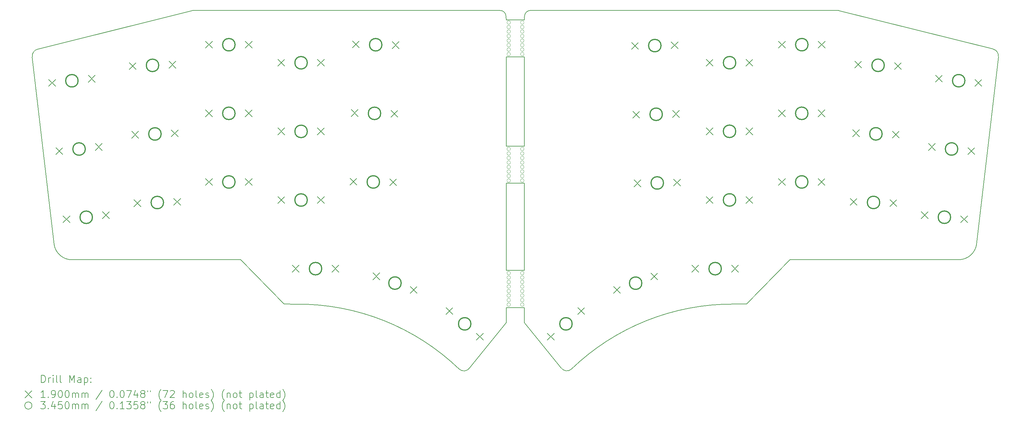
<source format=gbr>
%TF.GenerationSoftware,KiCad,Pcbnew,8.0.8*%
%TF.CreationDate,2025-05-06T09:20:43+01:00*%
%TF.ProjectId,main_wired,6d61696e-5f77-4697-9265-642e6b696361,0.1*%
%TF.SameCoordinates,Original*%
%TF.FileFunction,Drillmap*%
%TF.FilePolarity,Positive*%
%FSLAX45Y45*%
G04 Gerber Fmt 4.5, Leading zero omitted, Abs format (unit mm)*
G04 Created by KiCad (PCBNEW 8.0.8) date 2025-05-06 09:20:43*
%MOMM*%
%LPD*%
G01*
G04 APERTURE LIST*
%ADD10C,0.050000*%
%ADD11C,0.150000*%
%ADD12C,0.200000*%
%ADD13C,0.190000*%
%ADD14C,0.345000*%
G04 APERTURE END LIST*
D10*
X17200000Y-12425000D02*
G75*
G02*
X17100000Y-12425000I-50000J0D01*
G01*
X17100000Y-12425000D02*
G75*
G02*
X17200000Y-12425000I50000J0D01*
G01*
X17575000Y-15485000D02*
G75*
G02*
X17475000Y-15485000I-50000J0D01*
G01*
X17475000Y-15485000D02*
G75*
G02*
X17575000Y-15485000I50000J0D01*
G01*
D11*
X17080000Y-11475000D02*
X17580000Y-11475000D01*
X17585955Y-16355675D02*
X17580000Y-15940000D01*
D10*
X17575000Y-12175000D02*
G75*
G02*
X17475000Y-12175000I-50000J0D01*
G01*
X17475000Y-12175000D02*
G75*
G02*
X17575000Y-12175000I50000J0D01*
G01*
D11*
X17080000Y-14910000D02*
X17080000Y-12500000D01*
D10*
X17200000Y-8050000D02*
G75*
G02*
X17100000Y-8050000I-50000J0D01*
G01*
X17100000Y-8050000D02*
G75*
G02*
X17200000Y-8050000I50000J0D01*
G01*
D11*
X8425292Y-7714390D02*
X16899480Y-7714390D01*
D10*
X17575000Y-8675000D02*
G75*
G02*
X17475000Y-8675000I-50000J0D01*
G01*
X17475000Y-8675000D02*
G75*
G02*
X17575000Y-8675000I50000J0D01*
G01*
D11*
X17585955Y-7885472D02*
G75*
G02*
X17767737Y-7712488I173195J2D01*
G01*
D10*
X17200000Y-15735000D02*
G75*
G02*
X17100000Y-15735000I-50000J0D01*
G01*
X17100000Y-15735000D02*
G75*
G02*
X17200000Y-15735000I50000J0D01*
G01*
X17575000Y-11675000D02*
G75*
G02*
X17475000Y-11675000I-50000J0D01*
G01*
X17475000Y-11675000D02*
G75*
G02*
X17575000Y-11675000I50000J0D01*
G01*
X17200000Y-11800000D02*
G75*
G02*
X17100000Y-11800000I-50000J0D01*
G01*
X17100000Y-11800000D02*
G75*
G02*
X17200000Y-11800000I50000J0D01*
G01*
X17200000Y-15860000D02*
G75*
G02*
X17100000Y-15860000I-50000J0D01*
G01*
X17100000Y-15860000D02*
G75*
G02*
X17200000Y-15860000I50000J0D01*
G01*
D11*
X9727218Y-14618229D02*
X5055062Y-14618233D01*
X9727218Y-14618229D02*
X10927461Y-15845960D01*
D10*
X17575000Y-8300000D02*
G75*
G02*
X17475000Y-8300000I-50000J0D01*
G01*
X17475000Y-8300000D02*
G75*
G02*
X17575000Y-8300000I50000J0D01*
G01*
X17575000Y-14985000D02*
G75*
G02*
X17475000Y-14985000I-50000J0D01*
G01*
X17475000Y-14985000D02*
G75*
G02*
X17575000Y-14985000I50000J0D01*
G01*
D11*
X30560926Y-8783714D02*
X26291660Y-7718427D01*
D10*
X17200000Y-15610000D02*
G75*
G02*
X17100000Y-15610000I-50000J0D01*
G01*
X17100000Y-15610000D02*
G75*
G02*
X17200000Y-15610000I50000J0D01*
G01*
D11*
X26241939Y-7712481D02*
G75*
G02*
X26291660Y-7718427I1311J-199899D01*
G01*
D10*
X17200000Y-8175000D02*
G75*
G02*
X17100000Y-8175000I-50000J0D01*
G01*
X17100000Y-8175000D02*
G75*
G02*
X17200000Y-8175000I50000J0D01*
G01*
X17575000Y-12425000D02*
G75*
G02*
X17475000Y-12425000I-50000J0D01*
G01*
X17475000Y-12425000D02*
G75*
G02*
X17575000Y-12425000I50000J0D01*
G01*
X17575000Y-8175000D02*
G75*
G02*
X17475000Y-8175000I-50000J0D01*
G01*
X17475000Y-8175000D02*
G75*
G02*
X17575000Y-8175000I50000J0D01*
G01*
X17200000Y-15235000D02*
G75*
G02*
X17100000Y-15235000I-50000J0D01*
G01*
X17100000Y-15235000D02*
G75*
G02*
X17200000Y-15235000I50000J0D01*
G01*
X17575000Y-8925000D02*
G75*
G02*
X17475000Y-8925000I-50000J0D01*
G01*
X17475000Y-8925000D02*
G75*
G02*
X17575000Y-8925000I50000J0D01*
G01*
X17200000Y-11925000D02*
G75*
G02*
X17100000Y-11925000I-50000J0D01*
G01*
X17100000Y-11925000D02*
G75*
G02*
X17200000Y-11925000I50000J0D01*
G01*
D11*
X17080000Y-9000000D02*
X17580000Y-9000000D01*
X17585955Y-7885472D02*
X17580000Y-7975000D01*
D10*
X17200000Y-15485000D02*
G75*
G02*
X17100000Y-15485000I-50000J0D01*
G01*
X17100000Y-15485000D02*
G75*
G02*
X17200000Y-15485000I50000J0D01*
G01*
X17200000Y-15110000D02*
G75*
G02*
X17100000Y-15110000I-50000J0D01*
G01*
X17100000Y-15110000D02*
G75*
G02*
X17200000Y-15110000I50000J0D01*
G01*
D11*
X18601509Y-17611301D02*
X17585955Y-16355675D01*
D10*
X17200000Y-8300000D02*
G75*
G02*
X17100000Y-8300000I-50000J0D01*
G01*
X17100000Y-8300000D02*
G75*
G02*
X17200000Y-8300000I50000J0D01*
G01*
D11*
X5055062Y-14618233D02*
G75*
G02*
X4560092Y-14188943I-2J499993D01*
G01*
D10*
X17575000Y-15735000D02*
G75*
G02*
X17475000Y-15735000I-50000J0D01*
G01*
X17475000Y-15735000D02*
G75*
G02*
X17575000Y-15735000I50000J0D01*
G01*
X17575000Y-15860000D02*
G75*
G02*
X17475000Y-15860000I-50000J0D01*
G01*
X17475000Y-15860000D02*
G75*
G02*
X17575000Y-15860000I50000J0D01*
G01*
X17575000Y-8425000D02*
G75*
G02*
X17475000Y-8425000I-50000J0D01*
G01*
X17475000Y-8425000D02*
G75*
G02*
X17575000Y-8425000I50000J0D01*
G01*
D11*
X4106292Y-8785623D02*
X8375559Y-7720335D01*
X4560087Y-14188943D02*
X3955809Y-9000580D01*
D10*
X17200000Y-11550000D02*
G75*
G02*
X17100000Y-11550000I-50000J0D01*
G01*
X17100000Y-11550000D02*
G75*
G02*
X17200000Y-11550000I50000J0D01*
G01*
X17575000Y-11925000D02*
G75*
G02*
X17475000Y-11925000I-50000J0D01*
G01*
X17475000Y-11925000D02*
G75*
G02*
X17575000Y-11925000I50000J0D01*
G01*
D11*
X23739757Y-15844051D02*
X23389751Y-15845059D01*
X18891654Y-17640315D02*
G75*
G02*
X23389751Y-15845056I4460602J-4643512D01*
G01*
D10*
X17200000Y-11675000D02*
G75*
G02*
X17100000Y-11675000I-50000J0D01*
G01*
X17100000Y-11675000D02*
G75*
G02*
X17200000Y-11675000I50000J0D01*
G01*
D11*
X24940000Y-14616320D02*
X29612156Y-14616324D01*
X17080000Y-7975000D02*
X17580000Y-7975000D01*
X24940000Y-14616320D02*
X23739757Y-15844051D01*
X16065710Y-17613210D02*
G75*
G02*
X15775565Y-17642223I-157080J105570D01*
G01*
D10*
X17575000Y-8550000D02*
G75*
G02*
X17475000Y-8550000I-50000J0D01*
G01*
X17475000Y-8550000D02*
G75*
G02*
X17575000Y-8550000I50000J0D01*
G01*
D11*
X17080000Y-15940000D02*
X17580000Y-15940000D01*
D10*
X17200000Y-12050000D02*
G75*
G02*
X17100000Y-12050000I-50000J0D01*
G01*
X17100000Y-12050000D02*
G75*
G02*
X17200000Y-12050000I50000J0D01*
G01*
D11*
X10927461Y-15845960D02*
X11277467Y-15846967D01*
D10*
X17200000Y-8675000D02*
G75*
G02*
X17100000Y-8675000I-50000J0D01*
G01*
X17100000Y-8675000D02*
G75*
G02*
X17200000Y-8675000I50000J0D01*
G01*
X17575000Y-12300000D02*
G75*
G02*
X17475000Y-12300000I-50000J0D01*
G01*
X17475000Y-12300000D02*
G75*
G02*
X17575000Y-12300000I50000J0D01*
G01*
X17575000Y-15235000D02*
G75*
G02*
X17475000Y-15235000I-50000J0D01*
G01*
X17475000Y-15235000D02*
G75*
G02*
X17575000Y-15235000I50000J0D01*
G01*
X17575000Y-11550000D02*
G75*
G02*
X17475000Y-11550000I-50000J0D01*
G01*
X17475000Y-11550000D02*
G75*
G02*
X17575000Y-11550000I50000J0D01*
G01*
D11*
X11277467Y-15846965D02*
G75*
G02*
X15775564Y-17642224I37490J-6438781D01*
G01*
D10*
X17200000Y-12175000D02*
G75*
G02*
X17100000Y-12175000I-50000J0D01*
G01*
X17100000Y-12175000D02*
G75*
G02*
X17200000Y-12175000I50000J0D01*
G01*
D11*
X17080000Y-14910000D02*
X17580000Y-14910000D01*
D10*
X17575000Y-12050000D02*
G75*
G02*
X17475000Y-12050000I-50000J0D01*
G01*
X17475000Y-12050000D02*
G75*
G02*
X17575000Y-12050000I50000J0D01*
G01*
D11*
X17076658Y-7891497D02*
X17080000Y-7975000D01*
X30560926Y-8783714D02*
G75*
G02*
X30711401Y-8998670I-48426J-194046D01*
G01*
X16065710Y-17613210D02*
X17081263Y-16357584D01*
X17580000Y-11475000D02*
X17580000Y-9000000D01*
X17080000Y-12500000D02*
X17580000Y-12500000D01*
X17080000Y-11475000D02*
X17080000Y-9000000D01*
X26241939Y-7712481D02*
X17767738Y-7712481D01*
D10*
X17200000Y-12300000D02*
G75*
G02*
X17100000Y-12300000I-50000J0D01*
G01*
X17100000Y-12300000D02*
G75*
G02*
X17200000Y-12300000I50000J0D01*
G01*
X17200000Y-8425000D02*
G75*
G02*
X17100000Y-8425000I-50000J0D01*
G01*
X17100000Y-8425000D02*
G75*
G02*
X17200000Y-8425000I50000J0D01*
G01*
D11*
X18891654Y-17640315D02*
G75*
G02*
X18601509Y-17611301I-133064J134595D01*
G01*
D10*
X17200000Y-15360000D02*
G75*
G02*
X17100000Y-15360000I-50000J0D01*
G01*
X17100000Y-15360000D02*
G75*
G02*
X17200000Y-15360000I50000J0D01*
G01*
D11*
X30107131Y-14187035D02*
G75*
G02*
X29612156Y-14616326I-494981J70715D01*
G01*
D10*
X17200000Y-8800000D02*
G75*
G02*
X17100000Y-8800000I-50000J0D01*
G01*
X17100000Y-8800000D02*
G75*
G02*
X17200000Y-8800000I50000J0D01*
G01*
X17575000Y-8800000D02*
G75*
G02*
X17475000Y-8800000I-50000J0D01*
G01*
X17475000Y-8800000D02*
G75*
G02*
X17575000Y-8800000I50000J0D01*
G01*
X17575000Y-8050000D02*
G75*
G02*
X17475000Y-8050000I-50000J0D01*
G01*
X17475000Y-8050000D02*
G75*
G02*
X17575000Y-8050000I50000J0D01*
G01*
X17575000Y-15610000D02*
G75*
G02*
X17475000Y-15610000I-50000J0D01*
G01*
X17475000Y-15610000D02*
G75*
G02*
X17575000Y-15610000I50000J0D01*
G01*
X17200000Y-8925000D02*
G75*
G02*
X17100000Y-8925000I-50000J0D01*
G01*
X17100000Y-8925000D02*
G75*
G02*
X17200000Y-8925000I50000J0D01*
G01*
D11*
X17580000Y-14910000D02*
X17580000Y-12500000D01*
X8375559Y-7720335D02*
G75*
G02*
X8425292Y-7714390I48421J-194055D01*
G01*
D10*
X17575000Y-15110000D02*
G75*
G02*
X17475000Y-15110000I-50000J0D01*
G01*
X17475000Y-15110000D02*
G75*
G02*
X17575000Y-15110000I50000J0D01*
G01*
X17575000Y-15360000D02*
G75*
G02*
X17475000Y-15360000I-50000J0D01*
G01*
X17475000Y-15360000D02*
G75*
G02*
X17575000Y-15360000I50000J0D01*
G01*
D11*
X3955809Y-9000580D02*
G75*
G02*
X4106293Y-8785626I198911J20900D01*
G01*
X17081263Y-16357584D02*
X17080000Y-15940000D01*
D10*
X17200000Y-14985000D02*
G75*
G02*
X17100000Y-14985000I-50000J0D01*
G01*
X17100000Y-14985000D02*
G75*
G02*
X17200000Y-14985000I50000J0D01*
G01*
D11*
X30107131Y-14187035D02*
X30711409Y-8998671D01*
X16899480Y-7714390D02*
G75*
G02*
X17076653Y-7891497I8590J-168580D01*
G01*
D10*
X17200000Y-8550000D02*
G75*
G02*
X17100000Y-8550000I-50000J0D01*
G01*
X17100000Y-8550000D02*
G75*
G02*
X17200000Y-8550000I50000J0D01*
G01*
X17575000Y-11800000D02*
G75*
G02*
X17475000Y-11800000I-50000J0D01*
G01*
X17475000Y-11800000D02*
G75*
G02*
X17575000Y-11800000I50000J0D01*
G01*
D12*
D13*
X4411384Y-9624987D02*
X4601384Y-9814987D01*
X4601384Y-9624987D02*
X4411384Y-9814987D01*
X4609989Y-11514579D02*
X4799989Y-11704579D01*
X4799989Y-11514579D02*
X4609989Y-11704579D01*
X4808592Y-13404170D02*
X4998592Y-13594170D01*
X4998592Y-13404170D02*
X4808592Y-13594170D01*
X5505358Y-9510006D02*
X5695358Y-9700006D01*
X5695358Y-9510006D02*
X5505358Y-9700006D01*
X5703963Y-11399598D02*
X5893963Y-11589598D01*
X5893963Y-11399598D02*
X5703963Y-11589598D01*
X5902566Y-13289188D02*
X6092566Y-13479188D01*
X6092566Y-13289188D02*
X5902566Y-13479188D01*
X6641434Y-9160227D02*
X6831434Y-9350227D01*
X6831434Y-9160227D02*
X6641434Y-9350227D01*
X6707742Y-11059070D02*
X6897742Y-11249070D01*
X6897742Y-11059070D02*
X6707742Y-11249070D01*
X6774053Y-12957913D02*
X6964053Y-13147913D01*
X6964053Y-12957913D02*
X6774053Y-13147913D01*
X7740764Y-9121838D02*
X7930764Y-9311838D01*
X7930764Y-9121838D02*
X7740764Y-9311838D01*
X7807072Y-11020681D02*
X7997072Y-11210681D01*
X7997072Y-11020681D02*
X7807072Y-11210681D01*
X7873383Y-12919524D02*
X8063383Y-13109524D01*
X8063383Y-12919524D02*
X7873383Y-13109524D01*
X8755048Y-8569223D02*
X8945048Y-8759223D01*
X8945048Y-8569223D02*
X8755048Y-8759223D01*
X8755049Y-10469223D02*
X8945049Y-10659223D01*
X8945049Y-10469223D02*
X8755049Y-10659223D01*
X8755050Y-12369224D02*
X8945050Y-12559224D01*
X8945050Y-12369224D02*
X8755050Y-12559224D01*
X9855048Y-8569223D02*
X10045048Y-8759223D01*
X10045048Y-8569223D02*
X9855048Y-8759223D01*
X9855049Y-10469223D02*
X10045049Y-10659223D01*
X10045049Y-10469223D02*
X9855049Y-10659223D01*
X9855050Y-12369224D02*
X10045050Y-12559224D01*
X10045050Y-12369224D02*
X9855050Y-12559224D01*
X10755049Y-9069224D02*
X10945049Y-9259224D01*
X10945049Y-9069224D02*
X10755049Y-9259224D01*
X10755050Y-10969224D02*
X10945050Y-11159224D01*
X10945050Y-10969224D02*
X10755050Y-11159224D01*
X10755050Y-12869224D02*
X10945050Y-13059224D01*
X10945050Y-12869224D02*
X10755050Y-13059224D01*
X11155050Y-14769223D02*
X11345050Y-14959223D01*
X11345050Y-14769223D02*
X11155050Y-14959223D01*
X11855049Y-9069224D02*
X12045049Y-9259224D01*
X12045049Y-9069224D02*
X11855049Y-9259224D01*
X11855050Y-10969224D02*
X12045050Y-11159224D01*
X12045050Y-10969224D02*
X11855050Y-11159224D01*
X11855050Y-12869224D02*
X12045050Y-13059224D01*
X12045050Y-12869224D02*
X11855050Y-13059224D01*
X12255050Y-14769223D02*
X12445050Y-14959223D01*
X12445050Y-14769223D02*
X12255050Y-14959223D01*
X12755133Y-12359625D02*
X12945133Y-12549625D01*
X12945133Y-12359625D02*
X12755133Y-12549625D01*
X12788293Y-10459915D02*
X12978293Y-10649915D01*
X12978293Y-10459915D02*
X12788293Y-10649915D01*
X12821451Y-8560204D02*
X13011451Y-8750204D01*
X13011451Y-8560204D02*
X12821451Y-8750204D01*
X13388218Y-14981113D02*
X13578218Y-15171113D01*
X13578218Y-14981113D02*
X13388218Y-15171113D01*
X13854966Y-12378822D02*
X14044966Y-12568822D01*
X14044966Y-12378822D02*
X13854966Y-12568822D01*
X13888126Y-10479112D02*
X14078126Y-10669112D01*
X14078126Y-10479112D02*
X13888126Y-10669112D01*
X13921284Y-8579401D02*
X14111284Y-8769401D01*
X14111284Y-8579401D02*
X13921284Y-8769401D01*
X14421880Y-15357335D02*
X14611880Y-15547335D01*
X14611880Y-15357335D02*
X14421880Y-15547335D01*
X15414241Y-15944012D02*
X15604241Y-16134012D01*
X15604241Y-15944012D02*
X15414241Y-16134012D01*
X16256889Y-16651078D02*
X16446889Y-16841079D01*
X16446889Y-16651078D02*
X16256889Y-16841079D01*
X18219570Y-16651081D02*
X18409570Y-16841082D01*
X18409570Y-16651081D02*
X18219570Y-16841082D01*
X19062218Y-15944015D02*
X19252218Y-16134015D01*
X19252218Y-15944015D02*
X19062218Y-16134015D01*
X20053099Y-15359463D02*
X20243099Y-15549463D01*
X20243099Y-15359463D02*
X20053099Y-15549463D01*
X20550901Y-8603230D02*
X20740901Y-8793230D01*
X20740901Y-8603230D02*
X20550901Y-8793230D01*
X20588058Y-10504829D02*
X20778058Y-10694829D01*
X20778058Y-10504829D02*
X20588058Y-10694829D01*
X20618273Y-12406185D02*
X20808273Y-12596185D01*
X20808273Y-12406185D02*
X20618273Y-12596185D01*
X21086760Y-14983241D02*
X21276760Y-15173241D01*
X21276760Y-14983241D02*
X21086760Y-15173241D01*
X21650734Y-8584033D02*
X21840734Y-8774033D01*
X21840734Y-8584033D02*
X21650734Y-8774033D01*
X21687890Y-10485632D02*
X21877890Y-10675632D01*
X21877890Y-10485632D02*
X21687890Y-10675632D01*
X21718106Y-12386988D02*
X21908106Y-12576988D01*
X21908106Y-12386988D02*
X21718106Y-12576988D01*
X22221891Y-14769630D02*
X22411890Y-14959630D01*
X22411890Y-14769630D02*
X22221891Y-14959630D01*
X22619889Y-10966631D02*
X22809889Y-11156631D01*
X22809889Y-10966631D02*
X22619889Y-11156631D01*
X22619890Y-12866632D02*
X22809890Y-13056632D01*
X22809890Y-12866632D02*
X22619890Y-13056632D01*
X22620890Y-9067631D02*
X22810890Y-9257631D01*
X22810890Y-9067631D02*
X22620890Y-9257631D01*
X23321890Y-14769630D02*
X23511890Y-14959630D01*
X23511890Y-14769630D02*
X23321890Y-14959630D01*
X23719889Y-10966631D02*
X23909889Y-11156631D01*
X23909889Y-10966631D02*
X23719889Y-11156631D01*
X23719890Y-12866632D02*
X23909890Y-13056632D01*
X23909890Y-12866632D02*
X23719890Y-13056632D01*
X23720890Y-9067631D02*
X23910890Y-9257631D01*
X23910890Y-9067631D02*
X23720890Y-9257631D01*
X24619889Y-10468630D02*
X24809889Y-10658630D01*
X24809889Y-10468630D02*
X24619889Y-10658630D01*
X24619890Y-12368631D02*
X24809890Y-12558631D01*
X24809890Y-12368631D02*
X24619890Y-12558631D01*
X24621890Y-8567632D02*
X24811890Y-8757632D01*
X24811890Y-8567632D02*
X24621890Y-8757632D01*
X25719889Y-10468630D02*
X25909889Y-10658630D01*
X25909889Y-10468630D02*
X25719889Y-10658630D01*
X25719890Y-12368631D02*
X25909890Y-12558631D01*
X25909890Y-12368631D02*
X25719890Y-12558631D01*
X25721890Y-8567632D02*
X25911890Y-8757632D01*
X25911890Y-8567632D02*
X25721890Y-8757632D01*
X26607776Y-12916983D02*
X26797776Y-13106983D01*
X26797776Y-12916983D02*
X26607776Y-13106983D01*
X26674083Y-11018140D02*
X26864083Y-11208140D01*
X26864083Y-11018140D02*
X26674083Y-11208140D01*
X26733778Y-9119982D02*
X26923778Y-9309982D01*
X26923778Y-9119982D02*
X26733778Y-9309982D01*
X27707106Y-12955372D02*
X27897106Y-13145372D01*
X27897106Y-12955372D02*
X27707106Y-13145372D01*
X27773413Y-11056529D02*
X27963413Y-11246529D01*
X27963413Y-11056529D02*
X27773413Y-11246529D01*
X27833108Y-9158372D02*
X28023108Y-9348372D01*
X28023108Y-9158372D02*
X27833108Y-9348372D01*
X28573283Y-13288025D02*
X28763283Y-13478025D01*
X28763283Y-13288025D02*
X28573283Y-13478025D01*
X28771888Y-11398435D02*
X28961888Y-11588435D01*
X28961888Y-11398435D02*
X28771888Y-11588435D01*
X28968932Y-9508464D02*
X29158932Y-9698464D01*
X29158932Y-9508464D02*
X28968932Y-9698464D01*
X29667257Y-13403007D02*
X29857257Y-13593007D01*
X29857257Y-13403007D02*
X29667257Y-13593007D01*
X29865862Y-11513416D02*
X30055862Y-11703416D01*
X30055862Y-11513416D02*
X29865862Y-11703416D01*
X30062906Y-9623445D02*
X30252906Y-9813445D01*
X30252906Y-9623445D02*
X30062906Y-9813445D01*
D14*
X5225871Y-9662497D02*
G75*
G02*
X4880871Y-9662497I-172500J0D01*
G01*
X4880871Y-9662497D02*
G75*
G02*
X5225871Y-9662497I172500J0D01*
G01*
X5424476Y-11552088D02*
G75*
G02*
X5079476Y-11552088I-172500J0D01*
G01*
X5079476Y-11552088D02*
G75*
G02*
X5424476Y-11552088I172500J0D01*
G01*
X5623079Y-13441679D02*
G75*
G02*
X5278079Y-13441679I-172500J0D01*
G01*
X5278079Y-13441679D02*
G75*
G02*
X5623079Y-13441679I172500J0D01*
G01*
X7458599Y-9236033D02*
G75*
G02*
X7113599Y-9236033I-172500J0D01*
G01*
X7113599Y-9236033D02*
G75*
G02*
X7458599Y-9236033I172500J0D01*
G01*
X7524907Y-11134876D02*
G75*
G02*
X7179907Y-11134876I-172500J0D01*
G01*
X7179907Y-11134876D02*
G75*
G02*
X7524907Y-11134876I172500J0D01*
G01*
X7591218Y-13033718D02*
G75*
G02*
X7246218Y-13033718I-172500J0D01*
G01*
X7246218Y-13033718D02*
G75*
G02*
X7591218Y-13033718I172500J0D01*
G01*
X9572548Y-8664223D02*
G75*
G02*
X9227548Y-8664223I-172500J0D01*
G01*
X9227548Y-8664223D02*
G75*
G02*
X9572548Y-8664223I172500J0D01*
G01*
X9572549Y-10564223D02*
G75*
G02*
X9227549Y-10564223I-172500J0D01*
G01*
X9227549Y-10564223D02*
G75*
G02*
X9572549Y-10564223I172500J0D01*
G01*
X9572550Y-12464224D02*
G75*
G02*
X9227550Y-12464224I-172500J0D01*
G01*
X9227550Y-12464224D02*
G75*
G02*
X9572550Y-12464224I172500J0D01*
G01*
X11572549Y-9164224D02*
G75*
G02*
X11227549Y-9164224I-172500J0D01*
G01*
X11227549Y-9164224D02*
G75*
G02*
X11572549Y-9164224I172500J0D01*
G01*
X11572550Y-11064224D02*
G75*
G02*
X11227550Y-11064224I-172500J0D01*
G01*
X11227550Y-11064224D02*
G75*
G02*
X11572550Y-11064224I172500J0D01*
G01*
X11572550Y-12964224D02*
G75*
G02*
X11227550Y-12964224I-172500J0D01*
G01*
X11227550Y-12964224D02*
G75*
G02*
X11572550Y-12964224I172500J0D01*
G01*
X11972550Y-14864223D02*
G75*
G02*
X11627550Y-14864223I-172500J0D01*
G01*
X11627550Y-14864223D02*
G75*
G02*
X11972550Y-14864223I172500J0D01*
G01*
X13572549Y-12464224D02*
G75*
G02*
X13227549Y-12464224I-172500J0D01*
G01*
X13227549Y-12464224D02*
G75*
G02*
X13572549Y-12464224I172500J0D01*
G01*
X13605710Y-10564514D02*
G75*
G02*
X13260710Y-10564514I-172500J0D01*
G01*
X13260710Y-10564514D02*
G75*
G02*
X13605710Y-10564514I172500J0D01*
G01*
X13638868Y-8664803D02*
G75*
G02*
X13293868Y-8664803I-172500J0D01*
G01*
X13293868Y-8664803D02*
G75*
G02*
X13638868Y-8664803I172500J0D01*
G01*
X14172549Y-15264224D02*
G75*
G02*
X13827549Y-15264224I-172500J0D01*
G01*
X13827549Y-15264224D02*
G75*
G02*
X14172549Y-15264224I172500J0D01*
G01*
X16103065Y-16392545D02*
G75*
G02*
X15758065Y-16392545I-172500J0D01*
G01*
X15758065Y-16392545D02*
G75*
G02*
X16103065Y-16392545I172500J0D01*
G01*
X18908394Y-16392548D02*
G75*
G02*
X18563394Y-16392548I-172500J0D01*
G01*
X18563394Y-16392548D02*
G75*
G02*
X18908394Y-16392548I172500J0D01*
G01*
X20837429Y-15266352D02*
G75*
G02*
X20492429Y-15266352I-172500J0D01*
G01*
X20492429Y-15266352D02*
G75*
G02*
X20837429Y-15266352I172500J0D01*
G01*
X21368317Y-8688632D02*
G75*
G02*
X21023317Y-8688632I-172500J0D01*
G01*
X21023317Y-8688632D02*
G75*
G02*
X21368317Y-8688632I172500J0D01*
G01*
X21405474Y-10590230D02*
G75*
G02*
X21060474Y-10590230I-172500J0D01*
G01*
X21060474Y-10590230D02*
G75*
G02*
X21405474Y-10590230I172500J0D01*
G01*
X21435689Y-12491586D02*
G75*
G02*
X21090689Y-12491586I-172500J0D01*
G01*
X21090689Y-12491586D02*
G75*
G02*
X21435689Y-12491586I172500J0D01*
G01*
X23039390Y-14864630D02*
G75*
G02*
X22694390Y-14864630I-172500J0D01*
G01*
X22694390Y-14864630D02*
G75*
G02*
X23039390Y-14864630I172500J0D01*
G01*
X23437389Y-11061631D02*
G75*
G02*
X23092389Y-11061631I-172500J0D01*
G01*
X23092389Y-11061631D02*
G75*
G02*
X23437389Y-11061631I172500J0D01*
G01*
X23437390Y-12961632D02*
G75*
G02*
X23092390Y-12961632I-172500J0D01*
G01*
X23092390Y-12961632D02*
G75*
G02*
X23437390Y-12961632I172500J0D01*
G01*
X23438390Y-9162631D02*
G75*
G02*
X23093390Y-9162631I-172500J0D01*
G01*
X23093390Y-9162631D02*
G75*
G02*
X23438390Y-9162631I172500J0D01*
G01*
X25437389Y-10563630D02*
G75*
G02*
X25092389Y-10563630I-172500J0D01*
G01*
X25092389Y-10563630D02*
G75*
G02*
X25437389Y-10563630I172500J0D01*
G01*
X25437390Y-12463631D02*
G75*
G02*
X25092390Y-12463631I-172500J0D01*
G01*
X25092390Y-12463631D02*
G75*
G02*
X25437390Y-12463631I172500J0D01*
G01*
X25439390Y-8662632D02*
G75*
G02*
X25094390Y-8662632I-172500J0D01*
G01*
X25094390Y-8662632D02*
G75*
G02*
X25439390Y-8662632I172500J0D01*
G01*
X27424941Y-13031178D02*
G75*
G02*
X27079941Y-13031178I-172500J0D01*
G01*
X27079941Y-13031178D02*
G75*
G02*
X27424941Y-13031178I172500J0D01*
G01*
X27491248Y-11132335D02*
G75*
G02*
X27146248Y-11132335I-172500J0D01*
G01*
X27146248Y-11132335D02*
G75*
G02*
X27491248Y-11132335I172500J0D01*
G01*
X27550943Y-9234177D02*
G75*
G02*
X27205943Y-9234177I-172500J0D01*
G01*
X27205943Y-9234177D02*
G75*
G02*
X27550943Y-9234177I172500J0D01*
G01*
X29387770Y-13440516D02*
G75*
G02*
X29042770Y-13440516I-172500J0D01*
G01*
X29042770Y-13440516D02*
G75*
G02*
X29387770Y-13440516I172500J0D01*
G01*
X29586375Y-11550926D02*
G75*
G02*
X29241375Y-11550926I-172500J0D01*
G01*
X29241375Y-11550926D02*
G75*
G02*
X29586375Y-11550926I172500J0D01*
G01*
X29783419Y-9660955D02*
G75*
G02*
X29438419Y-9660955I-172500J0D01*
G01*
X29438419Y-9660955D02*
G75*
G02*
X29783419Y-9660955I172500J0D01*
G01*
D12*
X4207991Y-18015883D02*
X4207991Y-17815883D01*
X4207991Y-17815883D02*
X4255610Y-17815883D01*
X4255610Y-17815883D02*
X4284181Y-17825407D01*
X4284181Y-17825407D02*
X4303229Y-17844454D01*
X4303229Y-17844454D02*
X4312753Y-17863502D01*
X4312753Y-17863502D02*
X4322277Y-17901597D01*
X4322277Y-17901597D02*
X4322277Y-17930169D01*
X4322277Y-17930169D02*
X4312753Y-17968264D01*
X4312753Y-17968264D02*
X4303229Y-17987312D01*
X4303229Y-17987312D02*
X4284181Y-18006359D01*
X4284181Y-18006359D02*
X4255610Y-18015883D01*
X4255610Y-18015883D02*
X4207991Y-18015883D01*
X4407991Y-18015883D02*
X4407991Y-17882550D01*
X4407991Y-17920645D02*
X4417515Y-17901597D01*
X4417515Y-17901597D02*
X4427039Y-17892073D01*
X4427039Y-17892073D02*
X4446086Y-17882550D01*
X4446086Y-17882550D02*
X4465134Y-17882550D01*
X4531800Y-18015883D02*
X4531800Y-17882550D01*
X4531800Y-17815883D02*
X4522277Y-17825407D01*
X4522277Y-17825407D02*
X4531800Y-17834931D01*
X4531800Y-17834931D02*
X4541324Y-17825407D01*
X4541324Y-17825407D02*
X4531800Y-17815883D01*
X4531800Y-17815883D02*
X4531800Y-17834931D01*
X4655610Y-18015883D02*
X4636562Y-18006359D01*
X4636562Y-18006359D02*
X4627039Y-17987312D01*
X4627039Y-17987312D02*
X4627039Y-17815883D01*
X4760372Y-18015883D02*
X4741324Y-18006359D01*
X4741324Y-18006359D02*
X4731800Y-17987312D01*
X4731800Y-17987312D02*
X4731800Y-17815883D01*
X4988943Y-18015883D02*
X4988943Y-17815883D01*
X4988943Y-17815883D02*
X5055610Y-17958740D01*
X5055610Y-17958740D02*
X5122277Y-17815883D01*
X5122277Y-17815883D02*
X5122277Y-18015883D01*
X5303229Y-18015883D02*
X5303229Y-17911121D01*
X5303229Y-17911121D02*
X5293705Y-17892073D01*
X5293705Y-17892073D02*
X5274658Y-17882550D01*
X5274658Y-17882550D02*
X5236562Y-17882550D01*
X5236562Y-17882550D02*
X5217515Y-17892073D01*
X5303229Y-18006359D02*
X5284181Y-18015883D01*
X5284181Y-18015883D02*
X5236562Y-18015883D01*
X5236562Y-18015883D02*
X5217515Y-18006359D01*
X5217515Y-18006359D02*
X5207991Y-17987312D01*
X5207991Y-17987312D02*
X5207991Y-17968264D01*
X5207991Y-17968264D02*
X5217515Y-17949216D01*
X5217515Y-17949216D02*
X5236562Y-17939693D01*
X5236562Y-17939693D02*
X5284181Y-17939693D01*
X5284181Y-17939693D02*
X5303229Y-17930169D01*
X5398467Y-17882550D02*
X5398467Y-18082550D01*
X5398467Y-17892073D02*
X5417515Y-17882550D01*
X5417515Y-17882550D02*
X5455610Y-17882550D01*
X5455610Y-17882550D02*
X5474658Y-17892073D01*
X5474658Y-17892073D02*
X5484181Y-17901597D01*
X5484181Y-17901597D02*
X5493705Y-17920645D01*
X5493705Y-17920645D02*
X5493705Y-17977788D01*
X5493705Y-17977788D02*
X5484181Y-17996835D01*
X5484181Y-17996835D02*
X5474658Y-18006359D01*
X5474658Y-18006359D02*
X5455610Y-18015883D01*
X5455610Y-18015883D02*
X5417515Y-18015883D01*
X5417515Y-18015883D02*
X5398467Y-18006359D01*
X5579420Y-17996835D02*
X5588943Y-18006359D01*
X5588943Y-18006359D02*
X5579420Y-18015883D01*
X5579420Y-18015883D02*
X5569896Y-18006359D01*
X5569896Y-18006359D02*
X5579420Y-17996835D01*
X5579420Y-17996835D02*
X5579420Y-18015883D01*
X5579420Y-17892073D02*
X5588943Y-17901597D01*
X5588943Y-17901597D02*
X5579420Y-17911121D01*
X5579420Y-17911121D02*
X5569896Y-17901597D01*
X5569896Y-17901597D02*
X5579420Y-17892073D01*
X5579420Y-17892073D02*
X5579420Y-17911121D01*
D13*
X3757214Y-18249399D02*
X3947214Y-18439399D01*
X3947214Y-18249399D02*
X3757214Y-18439399D01*
D12*
X4312753Y-18435883D02*
X4198467Y-18435883D01*
X4255610Y-18435883D02*
X4255610Y-18235883D01*
X4255610Y-18235883D02*
X4236562Y-18264454D01*
X4236562Y-18264454D02*
X4217515Y-18283502D01*
X4217515Y-18283502D02*
X4198467Y-18293026D01*
X4398467Y-18416835D02*
X4407991Y-18426359D01*
X4407991Y-18426359D02*
X4398467Y-18435883D01*
X4398467Y-18435883D02*
X4388943Y-18426359D01*
X4388943Y-18426359D02*
X4398467Y-18416835D01*
X4398467Y-18416835D02*
X4398467Y-18435883D01*
X4503229Y-18435883D02*
X4541324Y-18435883D01*
X4541324Y-18435883D02*
X4560372Y-18426359D01*
X4560372Y-18426359D02*
X4569896Y-18416835D01*
X4569896Y-18416835D02*
X4588943Y-18388264D01*
X4588943Y-18388264D02*
X4598467Y-18350169D01*
X4598467Y-18350169D02*
X4598467Y-18273978D01*
X4598467Y-18273978D02*
X4588943Y-18254931D01*
X4588943Y-18254931D02*
X4579420Y-18245407D01*
X4579420Y-18245407D02*
X4560372Y-18235883D01*
X4560372Y-18235883D02*
X4522277Y-18235883D01*
X4522277Y-18235883D02*
X4503229Y-18245407D01*
X4503229Y-18245407D02*
X4493705Y-18254931D01*
X4493705Y-18254931D02*
X4484181Y-18273978D01*
X4484181Y-18273978D02*
X4484181Y-18321597D01*
X4484181Y-18321597D02*
X4493705Y-18340645D01*
X4493705Y-18340645D02*
X4503229Y-18350169D01*
X4503229Y-18350169D02*
X4522277Y-18359693D01*
X4522277Y-18359693D02*
X4560372Y-18359693D01*
X4560372Y-18359693D02*
X4579420Y-18350169D01*
X4579420Y-18350169D02*
X4588943Y-18340645D01*
X4588943Y-18340645D02*
X4598467Y-18321597D01*
X4722277Y-18235883D02*
X4741324Y-18235883D01*
X4741324Y-18235883D02*
X4760372Y-18245407D01*
X4760372Y-18245407D02*
X4769896Y-18254931D01*
X4769896Y-18254931D02*
X4779420Y-18273978D01*
X4779420Y-18273978D02*
X4788943Y-18312073D01*
X4788943Y-18312073D02*
X4788943Y-18359693D01*
X4788943Y-18359693D02*
X4779420Y-18397788D01*
X4779420Y-18397788D02*
X4769896Y-18416835D01*
X4769896Y-18416835D02*
X4760372Y-18426359D01*
X4760372Y-18426359D02*
X4741324Y-18435883D01*
X4741324Y-18435883D02*
X4722277Y-18435883D01*
X4722277Y-18435883D02*
X4703229Y-18426359D01*
X4703229Y-18426359D02*
X4693705Y-18416835D01*
X4693705Y-18416835D02*
X4684181Y-18397788D01*
X4684181Y-18397788D02*
X4674658Y-18359693D01*
X4674658Y-18359693D02*
X4674658Y-18312073D01*
X4674658Y-18312073D02*
X4684181Y-18273978D01*
X4684181Y-18273978D02*
X4693705Y-18254931D01*
X4693705Y-18254931D02*
X4703229Y-18245407D01*
X4703229Y-18245407D02*
X4722277Y-18235883D01*
X4912753Y-18235883D02*
X4931801Y-18235883D01*
X4931801Y-18235883D02*
X4950848Y-18245407D01*
X4950848Y-18245407D02*
X4960372Y-18254931D01*
X4960372Y-18254931D02*
X4969896Y-18273978D01*
X4969896Y-18273978D02*
X4979420Y-18312073D01*
X4979420Y-18312073D02*
X4979420Y-18359693D01*
X4979420Y-18359693D02*
X4969896Y-18397788D01*
X4969896Y-18397788D02*
X4960372Y-18416835D01*
X4960372Y-18416835D02*
X4950848Y-18426359D01*
X4950848Y-18426359D02*
X4931801Y-18435883D01*
X4931801Y-18435883D02*
X4912753Y-18435883D01*
X4912753Y-18435883D02*
X4893705Y-18426359D01*
X4893705Y-18426359D02*
X4884181Y-18416835D01*
X4884181Y-18416835D02*
X4874658Y-18397788D01*
X4874658Y-18397788D02*
X4865134Y-18359693D01*
X4865134Y-18359693D02*
X4865134Y-18312073D01*
X4865134Y-18312073D02*
X4874658Y-18273978D01*
X4874658Y-18273978D02*
X4884181Y-18254931D01*
X4884181Y-18254931D02*
X4893705Y-18245407D01*
X4893705Y-18245407D02*
X4912753Y-18235883D01*
X5065134Y-18435883D02*
X5065134Y-18302550D01*
X5065134Y-18321597D02*
X5074658Y-18312073D01*
X5074658Y-18312073D02*
X5093705Y-18302550D01*
X5093705Y-18302550D02*
X5122277Y-18302550D01*
X5122277Y-18302550D02*
X5141324Y-18312073D01*
X5141324Y-18312073D02*
X5150848Y-18331121D01*
X5150848Y-18331121D02*
X5150848Y-18435883D01*
X5150848Y-18331121D02*
X5160372Y-18312073D01*
X5160372Y-18312073D02*
X5179420Y-18302550D01*
X5179420Y-18302550D02*
X5207991Y-18302550D01*
X5207991Y-18302550D02*
X5227039Y-18312073D01*
X5227039Y-18312073D02*
X5236562Y-18331121D01*
X5236562Y-18331121D02*
X5236562Y-18435883D01*
X5331801Y-18435883D02*
X5331801Y-18302550D01*
X5331801Y-18321597D02*
X5341324Y-18312073D01*
X5341324Y-18312073D02*
X5360372Y-18302550D01*
X5360372Y-18302550D02*
X5388943Y-18302550D01*
X5388943Y-18302550D02*
X5407991Y-18312073D01*
X5407991Y-18312073D02*
X5417515Y-18331121D01*
X5417515Y-18331121D02*
X5417515Y-18435883D01*
X5417515Y-18331121D02*
X5427039Y-18312073D01*
X5427039Y-18312073D02*
X5446086Y-18302550D01*
X5446086Y-18302550D02*
X5474658Y-18302550D01*
X5474658Y-18302550D02*
X5493705Y-18312073D01*
X5493705Y-18312073D02*
X5503229Y-18331121D01*
X5503229Y-18331121D02*
X5503229Y-18435883D01*
X5893705Y-18226359D02*
X5722277Y-18483502D01*
X6150848Y-18235883D02*
X6169896Y-18235883D01*
X6169896Y-18235883D02*
X6188943Y-18245407D01*
X6188943Y-18245407D02*
X6198467Y-18254931D01*
X6198467Y-18254931D02*
X6207991Y-18273978D01*
X6207991Y-18273978D02*
X6217515Y-18312073D01*
X6217515Y-18312073D02*
X6217515Y-18359693D01*
X6217515Y-18359693D02*
X6207991Y-18397788D01*
X6207991Y-18397788D02*
X6198467Y-18416835D01*
X6198467Y-18416835D02*
X6188943Y-18426359D01*
X6188943Y-18426359D02*
X6169896Y-18435883D01*
X6169896Y-18435883D02*
X6150848Y-18435883D01*
X6150848Y-18435883D02*
X6131801Y-18426359D01*
X6131801Y-18426359D02*
X6122277Y-18416835D01*
X6122277Y-18416835D02*
X6112753Y-18397788D01*
X6112753Y-18397788D02*
X6103229Y-18359693D01*
X6103229Y-18359693D02*
X6103229Y-18312073D01*
X6103229Y-18312073D02*
X6112753Y-18273978D01*
X6112753Y-18273978D02*
X6122277Y-18254931D01*
X6122277Y-18254931D02*
X6131801Y-18245407D01*
X6131801Y-18245407D02*
X6150848Y-18235883D01*
X6303229Y-18416835D02*
X6312753Y-18426359D01*
X6312753Y-18426359D02*
X6303229Y-18435883D01*
X6303229Y-18435883D02*
X6293705Y-18426359D01*
X6293705Y-18426359D02*
X6303229Y-18416835D01*
X6303229Y-18416835D02*
X6303229Y-18435883D01*
X6436562Y-18235883D02*
X6455610Y-18235883D01*
X6455610Y-18235883D02*
X6474658Y-18245407D01*
X6474658Y-18245407D02*
X6484182Y-18254931D01*
X6484182Y-18254931D02*
X6493705Y-18273978D01*
X6493705Y-18273978D02*
X6503229Y-18312073D01*
X6503229Y-18312073D02*
X6503229Y-18359693D01*
X6503229Y-18359693D02*
X6493705Y-18397788D01*
X6493705Y-18397788D02*
X6484182Y-18416835D01*
X6484182Y-18416835D02*
X6474658Y-18426359D01*
X6474658Y-18426359D02*
X6455610Y-18435883D01*
X6455610Y-18435883D02*
X6436562Y-18435883D01*
X6436562Y-18435883D02*
X6417515Y-18426359D01*
X6417515Y-18426359D02*
X6407991Y-18416835D01*
X6407991Y-18416835D02*
X6398467Y-18397788D01*
X6398467Y-18397788D02*
X6388943Y-18359693D01*
X6388943Y-18359693D02*
X6388943Y-18312073D01*
X6388943Y-18312073D02*
X6398467Y-18273978D01*
X6398467Y-18273978D02*
X6407991Y-18254931D01*
X6407991Y-18254931D02*
X6417515Y-18245407D01*
X6417515Y-18245407D02*
X6436562Y-18235883D01*
X6569896Y-18235883D02*
X6703229Y-18235883D01*
X6703229Y-18235883D02*
X6617515Y-18435883D01*
X6865134Y-18302550D02*
X6865134Y-18435883D01*
X6817515Y-18226359D02*
X6769896Y-18369216D01*
X6769896Y-18369216D02*
X6893705Y-18369216D01*
X6998467Y-18321597D02*
X6979420Y-18312073D01*
X6979420Y-18312073D02*
X6969896Y-18302550D01*
X6969896Y-18302550D02*
X6960372Y-18283502D01*
X6960372Y-18283502D02*
X6960372Y-18273978D01*
X6960372Y-18273978D02*
X6969896Y-18254931D01*
X6969896Y-18254931D02*
X6979420Y-18245407D01*
X6979420Y-18245407D02*
X6998467Y-18235883D01*
X6998467Y-18235883D02*
X7036563Y-18235883D01*
X7036563Y-18235883D02*
X7055610Y-18245407D01*
X7055610Y-18245407D02*
X7065134Y-18254931D01*
X7065134Y-18254931D02*
X7074658Y-18273978D01*
X7074658Y-18273978D02*
X7074658Y-18283502D01*
X7074658Y-18283502D02*
X7065134Y-18302550D01*
X7065134Y-18302550D02*
X7055610Y-18312073D01*
X7055610Y-18312073D02*
X7036563Y-18321597D01*
X7036563Y-18321597D02*
X6998467Y-18321597D01*
X6998467Y-18321597D02*
X6979420Y-18331121D01*
X6979420Y-18331121D02*
X6969896Y-18340645D01*
X6969896Y-18340645D02*
X6960372Y-18359693D01*
X6960372Y-18359693D02*
X6960372Y-18397788D01*
X6960372Y-18397788D02*
X6969896Y-18416835D01*
X6969896Y-18416835D02*
X6979420Y-18426359D01*
X6979420Y-18426359D02*
X6998467Y-18435883D01*
X6998467Y-18435883D02*
X7036563Y-18435883D01*
X7036563Y-18435883D02*
X7055610Y-18426359D01*
X7055610Y-18426359D02*
X7065134Y-18416835D01*
X7065134Y-18416835D02*
X7074658Y-18397788D01*
X7074658Y-18397788D02*
X7074658Y-18359693D01*
X7074658Y-18359693D02*
X7065134Y-18340645D01*
X7065134Y-18340645D02*
X7055610Y-18331121D01*
X7055610Y-18331121D02*
X7036563Y-18321597D01*
X7150848Y-18235883D02*
X7150848Y-18273978D01*
X7227039Y-18235883D02*
X7227039Y-18273978D01*
X7522277Y-18512073D02*
X7512753Y-18502550D01*
X7512753Y-18502550D02*
X7493705Y-18473978D01*
X7493705Y-18473978D02*
X7484182Y-18454931D01*
X7484182Y-18454931D02*
X7474658Y-18426359D01*
X7474658Y-18426359D02*
X7465134Y-18378740D01*
X7465134Y-18378740D02*
X7465134Y-18340645D01*
X7465134Y-18340645D02*
X7474658Y-18293026D01*
X7474658Y-18293026D02*
X7484182Y-18264454D01*
X7484182Y-18264454D02*
X7493705Y-18245407D01*
X7493705Y-18245407D02*
X7512753Y-18216835D01*
X7512753Y-18216835D02*
X7522277Y-18207312D01*
X7579420Y-18235883D02*
X7712753Y-18235883D01*
X7712753Y-18235883D02*
X7627039Y-18435883D01*
X7779420Y-18254931D02*
X7788944Y-18245407D01*
X7788944Y-18245407D02*
X7807991Y-18235883D01*
X7807991Y-18235883D02*
X7855610Y-18235883D01*
X7855610Y-18235883D02*
X7874658Y-18245407D01*
X7874658Y-18245407D02*
X7884182Y-18254931D01*
X7884182Y-18254931D02*
X7893705Y-18273978D01*
X7893705Y-18273978D02*
X7893705Y-18293026D01*
X7893705Y-18293026D02*
X7884182Y-18321597D01*
X7884182Y-18321597D02*
X7769896Y-18435883D01*
X7769896Y-18435883D02*
X7893705Y-18435883D01*
X8131801Y-18435883D02*
X8131801Y-18235883D01*
X8217515Y-18435883D02*
X8217515Y-18331121D01*
X8217515Y-18331121D02*
X8207991Y-18312073D01*
X8207991Y-18312073D02*
X8188944Y-18302550D01*
X8188944Y-18302550D02*
X8160372Y-18302550D01*
X8160372Y-18302550D02*
X8141325Y-18312073D01*
X8141325Y-18312073D02*
X8131801Y-18321597D01*
X8341325Y-18435883D02*
X8322277Y-18426359D01*
X8322277Y-18426359D02*
X8312753Y-18416835D01*
X8312753Y-18416835D02*
X8303229Y-18397788D01*
X8303229Y-18397788D02*
X8303229Y-18340645D01*
X8303229Y-18340645D02*
X8312753Y-18321597D01*
X8312753Y-18321597D02*
X8322277Y-18312073D01*
X8322277Y-18312073D02*
X8341325Y-18302550D01*
X8341325Y-18302550D02*
X8369896Y-18302550D01*
X8369896Y-18302550D02*
X8388944Y-18312073D01*
X8388944Y-18312073D02*
X8398468Y-18321597D01*
X8398468Y-18321597D02*
X8407991Y-18340645D01*
X8407991Y-18340645D02*
X8407991Y-18397788D01*
X8407991Y-18397788D02*
X8398468Y-18416835D01*
X8398468Y-18416835D02*
X8388944Y-18426359D01*
X8388944Y-18426359D02*
X8369896Y-18435883D01*
X8369896Y-18435883D02*
X8341325Y-18435883D01*
X8522277Y-18435883D02*
X8503229Y-18426359D01*
X8503229Y-18426359D02*
X8493706Y-18407312D01*
X8493706Y-18407312D02*
X8493706Y-18235883D01*
X8674658Y-18426359D02*
X8655610Y-18435883D01*
X8655610Y-18435883D02*
X8617515Y-18435883D01*
X8617515Y-18435883D02*
X8598468Y-18426359D01*
X8598468Y-18426359D02*
X8588944Y-18407312D01*
X8588944Y-18407312D02*
X8588944Y-18331121D01*
X8588944Y-18331121D02*
X8598468Y-18312073D01*
X8598468Y-18312073D02*
X8617515Y-18302550D01*
X8617515Y-18302550D02*
X8655610Y-18302550D01*
X8655610Y-18302550D02*
X8674658Y-18312073D01*
X8674658Y-18312073D02*
X8684182Y-18331121D01*
X8684182Y-18331121D02*
X8684182Y-18350169D01*
X8684182Y-18350169D02*
X8588944Y-18369216D01*
X8760372Y-18426359D02*
X8779420Y-18435883D01*
X8779420Y-18435883D02*
X8817515Y-18435883D01*
X8817515Y-18435883D02*
X8836563Y-18426359D01*
X8836563Y-18426359D02*
X8846087Y-18407312D01*
X8846087Y-18407312D02*
X8846087Y-18397788D01*
X8846087Y-18397788D02*
X8836563Y-18378740D01*
X8836563Y-18378740D02*
X8817515Y-18369216D01*
X8817515Y-18369216D02*
X8788944Y-18369216D01*
X8788944Y-18369216D02*
X8769896Y-18359693D01*
X8769896Y-18359693D02*
X8760372Y-18340645D01*
X8760372Y-18340645D02*
X8760372Y-18331121D01*
X8760372Y-18331121D02*
X8769896Y-18312073D01*
X8769896Y-18312073D02*
X8788944Y-18302550D01*
X8788944Y-18302550D02*
X8817515Y-18302550D01*
X8817515Y-18302550D02*
X8836563Y-18312073D01*
X8912753Y-18512073D02*
X8922277Y-18502550D01*
X8922277Y-18502550D02*
X8941325Y-18473978D01*
X8941325Y-18473978D02*
X8950849Y-18454931D01*
X8950849Y-18454931D02*
X8960372Y-18426359D01*
X8960372Y-18426359D02*
X8969896Y-18378740D01*
X8969896Y-18378740D02*
X8969896Y-18340645D01*
X8969896Y-18340645D02*
X8960372Y-18293026D01*
X8960372Y-18293026D02*
X8950849Y-18264454D01*
X8950849Y-18264454D02*
X8941325Y-18245407D01*
X8941325Y-18245407D02*
X8922277Y-18216835D01*
X8922277Y-18216835D02*
X8912753Y-18207312D01*
X9274658Y-18512073D02*
X9265134Y-18502550D01*
X9265134Y-18502550D02*
X9246087Y-18473978D01*
X9246087Y-18473978D02*
X9236563Y-18454931D01*
X9236563Y-18454931D02*
X9227039Y-18426359D01*
X9227039Y-18426359D02*
X9217515Y-18378740D01*
X9217515Y-18378740D02*
X9217515Y-18340645D01*
X9217515Y-18340645D02*
X9227039Y-18293026D01*
X9227039Y-18293026D02*
X9236563Y-18264454D01*
X9236563Y-18264454D02*
X9246087Y-18245407D01*
X9246087Y-18245407D02*
X9265134Y-18216835D01*
X9265134Y-18216835D02*
X9274658Y-18207312D01*
X9350849Y-18302550D02*
X9350849Y-18435883D01*
X9350849Y-18321597D02*
X9360372Y-18312073D01*
X9360372Y-18312073D02*
X9379420Y-18302550D01*
X9379420Y-18302550D02*
X9407991Y-18302550D01*
X9407991Y-18302550D02*
X9427039Y-18312073D01*
X9427039Y-18312073D02*
X9436563Y-18331121D01*
X9436563Y-18331121D02*
X9436563Y-18435883D01*
X9560372Y-18435883D02*
X9541325Y-18426359D01*
X9541325Y-18426359D02*
X9531801Y-18416835D01*
X9531801Y-18416835D02*
X9522277Y-18397788D01*
X9522277Y-18397788D02*
X9522277Y-18340645D01*
X9522277Y-18340645D02*
X9531801Y-18321597D01*
X9531801Y-18321597D02*
X9541325Y-18312073D01*
X9541325Y-18312073D02*
X9560372Y-18302550D01*
X9560372Y-18302550D02*
X9588944Y-18302550D01*
X9588944Y-18302550D02*
X9607991Y-18312073D01*
X9607991Y-18312073D02*
X9617515Y-18321597D01*
X9617515Y-18321597D02*
X9627039Y-18340645D01*
X9627039Y-18340645D02*
X9627039Y-18397788D01*
X9627039Y-18397788D02*
X9617515Y-18416835D01*
X9617515Y-18416835D02*
X9607991Y-18426359D01*
X9607991Y-18426359D02*
X9588944Y-18435883D01*
X9588944Y-18435883D02*
X9560372Y-18435883D01*
X9684182Y-18302550D02*
X9760372Y-18302550D01*
X9712753Y-18235883D02*
X9712753Y-18407312D01*
X9712753Y-18407312D02*
X9722277Y-18426359D01*
X9722277Y-18426359D02*
X9741325Y-18435883D01*
X9741325Y-18435883D02*
X9760372Y-18435883D01*
X9979420Y-18302550D02*
X9979420Y-18502550D01*
X9979420Y-18312073D02*
X9998468Y-18302550D01*
X9998468Y-18302550D02*
X10036563Y-18302550D01*
X10036563Y-18302550D02*
X10055611Y-18312073D01*
X10055611Y-18312073D02*
X10065134Y-18321597D01*
X10065134Y-18321597D02*
X10074658Y-18340645D01*
X10074658Y-18340645D02*
X10074658Y-18397788D01*
X10074658Y-18397788D02*
X10065134Y-18416835D01*
X10065134Y-18416835D02*
X10055611Y-18426359D01*
X10055611Y-18426359D02*
X10036563Y-18435883D01*
X10036563Y-18435883D02*
X9998468Y-18435883D01*
X9998468Y-18435883D02*
X9979420Y-18426359D01*
X10188944Y-18435883D02*
X10169896Y-18426359D01*
X10169896Y-18426359D02*
X10160372Y-18407312D01*
X10160372Y-18407312D02*
X10160372Y-18235883D01*
X10350849Y-18435883D02*
X10350849Y-18331121D01*
X10350849Y-18331121D02*
X10341325Y-18312073D01*
X10341325Y-18312073D02*
X10322277Y-18302550D01*
X10322277Y-18302550D02*
X10284182Y-18302550D01*
X10284182Y-18302550D02*
X10265134Y-18312073D01*
X10350849Y-18426359D02*
X10331801Y-18435883D01*
X10331801Y-18435883D02*
X10284182Y-18435883D01*
X10284182Y-18435883D02*
X10265134Y-18426359D01*
X10265134Y-18426359D02*
X10255611Y-18407312D01*
X10255611Y-18407312D02*
X10255611Y-18388264D01*
X10255611Y-18388264D02*
X10265134Y-18369216D01*
X10265134Y-18369216D02*
X10284182Y-18359693D01*
X10284182Y-18359693D02*
X10331801Y-18359693D01*
X10331801Y-18359693D02*
X10350849Y-18350169D01*
X10417515Y-18302550D02*
X10493706Y-18302550D01*
X10446087Y-18235883D02*
X10446087Y-18407312D01*
X10446087Y-18407312D02*
X10455611Y-18426359D01*
X10455611Y-18426359D02*
X10474658Y-18435883D01*
X10474658Y-18435883D02*
X10493706Y-18435883D01*
X10636563Y-18426359D02*
X10617515Y-18435883D01*
X10617515Y-18435883D02*
X10579420Y-18435883D01*
X10579420Y-18435883D02*
X10560372Y-18426359D01*
X10560372Y-18426359D02*
X10550849Y-18407312D01*
X10550849Y-18407312D02*
X10550849Y-18331121D01*
X10550849Y-18331121D02*
X10560372Y-18312073D01*
X10560372Y-18312073D02*
X10579420Y-18302550D01*
X10579420Y-18302550D02*
X10617515Y-18302550D01*
X10617515Y-18302550D02*
X10636563Y-18312073D01*
X10636563Y-18312073D02*
X10646087Y-18331121D01*
X10646087Y-18331121D02*
X10646087Y-18350169D01*
X10646087Y-18350169D02*
X10550849Y-18369216D01*
X10817515Y-18435883D02*
X10817515Y-18235883D01*
X10817515Y-18426359D02*
X10798468Y-18435883D01*
X10798468Y-18435883D02*
X10760372Y-18435883D01*
X10760372Y-18435883D02*
X10741325Y-18426359D01*
X10741325Y-18426359D02*
X10731801Y-18416835D01*
X10731801Y-18416835D02*
X10722277Y-18397788D01*
X10722277Y-18397788D02*
X10722277Y-18340645D01*
X10722277Y-18340645D02*
X10731801Y-18321597D01*
X10731801Y-18321597D02*
X10741325Y-18312073D01*
X10741325Y-18312073D02*
X10760372Y-18302550D01*
X10760372Y-18302550D02*
X10798468Y-18302550D01*
X10798468Y-18302550D02*
X10817515Y-18312073D01*
X10893706Y-18512073D02*
X10903230Y-18502550D01*
X10903230Y-18502550D02*
X10922277Y-18473978D01*
X10922277Y-18473978D02*
X10931801Y-18454931D01*
X10931801Y-18454931D02*
X10941325Y-18426359D01*
X10941325Y-18426359D02*
X10950849Y-18378740D01*
X10950849Y-18378740D02*
X10950849Y-18340645D01*
X10950849Y-18340645D02*
X10941325Y-18293026D01*
X10941325Y-18293026D02*
X10931801Y-18264454D01*
X10931801Y-18264454D02*
X10922277Y-18245407D01*
X10922277Y-18245407D02*
X10903230Y-18216835D01*
X10903230Y-18216835D02*
X10893706Y-18207312D01*
X3947214Y-18654399D02*
G75*
G02*
X3747214Y-18654399I-100000J0D01*
G01*
X3747214Y-18654399D02*
G75*
G02*
X3947214Y-18654399I100000J0D01*
G01*
X4188943Y-18545883D02*
X4312753Y-18545883D01*
X4312753Y-18545883D02*
X4246086Y-18622073D01*
X4246086Y-18622073D02*
X4274658Y-18622073D01*
X4274658Y-18622073D02*
X4293705Y-18631597D01*
X4293705Y-18631597D02*
X4303229Y-18641121D01*
X4303229Y-18641121D02*
X4312753Y-18660169D01*
X4312753Y-18660169D02*
X4312753Y-18707788D01*
X4312753Y-18707788D02*
X4303229Y-18726835D01*
X4303229Y-18726835D02*
X4293705Y-18736359D01*
X4293705Y-18736359D02*
X4274658Y-18745883D01*
X4274658Y-18745883D02*
X4217515Y-18745883D01*
X4217515Y-18745883D02*
X4198467Y-18736359D01*
X4198467Y-18736359D02*
X4188943Y-18726835D01*
X4398467Y-18726835D02*
X4407991Y-18736359D01*
X4407991Y-18736359D02*
X4398467Y-18745883D01*
X4398467Y-18745883D02*
X4388943Y-18736359D01*
X4388943Y-18736359D02*
X4398467Y-18726835D01*
X4398467Y-18726835D02*
X4398467Y-18745883D01*
X4579420Y-18612550D02*
X4579420Y-18745883D01*
X4531800Y-18536359D02*
X4484181Y-18679216D01*
X4484181Y-18679216D02*
X4607991Y-18679216D01*
X4779420Y-18545883D02*
X4684181Y-18545883D01*
X4684181Y-18545883D02*
X4674658Y-18641121D01*
X4674658Y-18641121D02*
X4684181Y-18631597D01*
X4684181Y-18631597D02*
X4703229Y-18622073D01*
X4703229Y-18622073D02*
X4750848Y-18622073D01*
X4750848Y-18622073D02*
X4769896Y-18631597D01*
X4769896Y-18631597D02*
X4779420Y-18641121D01*
X4779420Y-18641121D02*
X4788943Y-18660169D01*
X4788943Y-18660169D02*
X4788943Y-18707788D01*
X4788943Y-18707788D02*
X4779420Y-18726835D01*
X4779420Y-18726835D02*
X4769896Y-18736359D01*
X4769896Y-18736359D02*
X4750848Y-18745883D01*
X4750848Y-18745883D02*
X4703229Y-18745883D01*
X4703229Y-18745883D02*
X4684181Y-18736359D01*
X4684181Y-18736359D02*
X4674658Y-18726835D01*
X4912753Y-18545883D02*
X4931801Y-18545883D01*
X4931801Y-18545883D02*
X4950848Y-18555407D01*
X4950848Y-18555407D02*
X4960372Y-18564931D01*
X4960372Y-18564931D02*
X4969896Y-18583978D01*
X4969896Y-18583978D02*
X4979420Y-18622073D01*
X4979420Y-18622073D02*
X4979420Y-18669693D01*
X4979420Y-18669693D02*
X4969896Y-18707788D01*
X4969896Y-18707788D02*
X4960372Y-18726835D01*
X4960372Y-18726835D02*
X4950848Y-18736359D01*
X4950848Y-18736359D02*
X4931801Y-18745883D01*
X4931801Y-18745883D02*
X4912753Y-18745883D01*
X4912753Y-18745883D02*
X4893705Y-18736359D01*
X4893705Y-18736359D02*
X4884181Y-18726835D01*
X4884181Y-18726835D02*
X4874658Y-18707788D01*
X4874658Y-18707788D02*
X4865134Y-18669693D01*
X4865134Y-18669693D02*
X4865134Y-18622073D01*
X4865134Y-18622073D02*
X4874658Y-18583978D01*
X4874658Y-18583978D02*
X4884181Y-18564931D01*
X4884181Y-18564931D02*
X4893705Y-18555407D01*
X4893705Y-18555407D02*
X4912753Y-18545883D01*
X5065134Y-18745883D02*
X5065134Y-18612550D01*
X5065134Y-18631597D02*
X5074658Y-18622073D01*
X5074658Y-18622073D02*
X5093705Y-18612550D01*
X5093705Y-18612550D02*
X5122277Y-18612550D01*
X5122277Y-18612550D02*
X5141324Y-18622073D01*
X5141324Y-18622073D02*
X5150848Y-18641121D01*
X5150848Y-18641121D02*
X5150848Y-18745883D01*
X5150848Y-18641121D02*
X5160372Y-18622073D01*
X5160372Y-18622073D02*
X5179420Y-18612550D01*
X5179420Y-18612550D02*
X5207991Y-18612550D01*
X5207991Y-18612550D02*
X5227039Y-18622073D01*
X5227039Y-18622073D02*
X5236562Y-18641121D01*
X5236562Y-18641121D02*
X5236562Y-18745883D01*
X5331801Y-18745883D02*
X5331801Y-18612550D01*
X5331801Y-18631597D02*
X5341324Y-18622073D01*
X5341324Y-18622073D02*
X5360372Y-18612550D01*
X5360372Y-18612550D02*
X5388943Y-18612550D01*
X5388943Y-18612550D02*
X5407991Y-18622073D01*
X5407991Y-18622073D02*
X5417515Y-18641121D01*
X5417515Y-18641121D02*
X5417515Y-18745883D01*
X5417515Y-18641121D02*
X5427039Y-18622073D01*
X5427039Y-18622073D02*
X5446086Y-18612550D01*
X5446086Y-18612550D02*
X5474658Y-18612550D01*
X5474658Y-18612550D02*
X5493705Y-18622073D01*
X5493705Y-18622073D02*
X5503229Y-18641121D01*
X5503229Y-18641121D02*
X5503229Y-18745883D01*
X5893705Y-18536359D02*
X5722277Y-18793502D01*
X6150848Y-18545883D02*
X6169896Y-18545883D01*
X6169896Y-18545883D02*
X6188943Y-18555407D01*
X6188943Y-18555407D02*
X6198467Y-18564931D01*
X6198467Y-18564931D02*
X6207991Y-18583978D01*
X6207991Y-18583978D02*
X6217515Y-18622073D01*
X6217515Y-18622073D02*
X6217515Y-18669693D01*
X6217515Y-18669693D02*
X6207991Y-18707788D01*
X6207991Y-18707788D02*
X6198467Y-18726835D01*
X6198467Y-18726835D02*
X6188943Y-18736359D01*
X6188943Y-18736359D02*
X6169896Y-18745883D01*
X6169896Y-18745883D02*
X6150848Y-18745883D01*
X6150848Y-18745883D02*
X6131801Y-18736359D01*
X6131801Y-18736359D02*
X6122277Y-18726835D01*
X6122277Y-18726835D02*
X6112753Y-18707788D01*
X6112753Y-18707788D02*
X6103229Y-18669693D01*
X6103229Y-18669693D02*
X6103229Y-18622073D01*
X6103229Y-18622073D02*
X6112753Y-18583978D01*
X6112753Y-18583978D02*
X6122277Y-18564931D01*
X6122277Y-18564931D02*
X6131801Y-18555407D01*
X6131801Y-18555407D02*
X6150848Y-18545883D01*
X6303229Y-18726835D02*
X6312753Y-18736359D01*
X6312753Y-18736359D02*
X6303229Y-18745883D01*
X6303229Y-18745883D02*
X6293705Y-18736359D01*
X6293705Y-18736359D02*
X6303229Y-18726835D01*
X6303229Y-18726835D02*
X6303229Y-18745883D01*
X6503229Y-18745883D02*
X6388943Y-18745883D01*
X6446086Y-18745883D02*
X6446086Y-18545883D01*
X6446086Y-18545883D02*
X6427039Y-18574454D01*
X6427039Y-18574454D02*
X6407991Y-18593502D01*
X6407991Y-18593502D02*
X6388943Y-18603026D01*
X6569896Y-18545883D02*
X6693705Y-18545883D01*
X6693705Y-18545883D02*
X6627039Y-18622073D01*
X6627039Y-18622073D02*
X6655610Y-18622073D01*
X6655610Y-18622073D02*
X6674658Y-18631597D01*
X6674658Y-18631597D02*
X6684182Y-18641121D01*
X6684182Y-18641121D02*
X6693705Y-18660169D01*
X6693705Y-18660169D02*
X6693705Y-18707788D01*
X6693705Y-18707788D02*
X6684182Y-18726835D01*
X6684182Y-18726835D02*
X6674658Y-18736359D01*
X6674658Y-18736359D02*
X6655610Y-18745883D01*
X6655610Y-18745883D02*
X6598467Y-18745883D01*
X6598467Y-18745883D02*
X6579420Y-18736359D01*
X6579420Y-18736359D02*
X6569896Y-18726835D01*
X6874658Y-18545883D02*
X6779420Y-18545883D01*
X6779420Y-18545883D02*
X6769896Y-18641121D01*
X6769896Y-18641121D02*
X6779420Y-18631597D01*
X6779420Y-18631597D02*
X6798467Y-18622073D01*
X6798467Y-18622073D02*
X6846086Y-18622073D01*
X6846086Y-18622073D02*
X6865134Y-18631597D01*
X6865134Y-18631597D02*
X6874658Y-18641121D01*
X6874658Y-18641121D02*
X6884182Y-18660169D01*
X6884182Y-18660169D02*
X6884182Y-18707788D01*
X6884182Y-18707788D02*
X6874658Y-18726835D01*
X6874658Y-18726835D02*
X6865134Y-18736359D01*
X6865134Y-18736359D02*
X6846086Y-18745883D01*
X6846086Y-18745883D02*
X6798467Y-18745883D01*
X6798467Y-18745883D02*
X6779420Y-18736359D01*
X6779420Y-18736359D02*
X6769896Y-18726835D01*
X6998467Y-18631597D02*
X6979420Y-18622073D01*
X6979420Y-18622073D02*
X6969896Y-18612550D01*
X6969896Y-18612550D02*
X6960372Y-18593502D01*
X6960372Y-18593502D02*
X6960372Y-18583978D01*
X6960372Y-18583978D02*
X6969896Y-18564931D01*
X6969896Y-18564931D02*
X6979420Y-18555407D01*
X6979420Y-18555407D02*
X6998467Y-18545883D01*
X6998467Y-18545883D02*
X7036563Y-18545883D01*
X7036563Y-18545883D02*
X7055610Y-18555407D01*
X7055610Y-18555407D02*
X7065134Y-18564931D01*
X7065134Y-18564931D02*
X7074658Y-18583978D01*
X7074658Y-18583978D02*
X7074658Y-18593502D01*
X7074658Y-18593502D02*
X7065134Y-18612550D01*
X7065134Y-18612550D02*
X7055610Y-18622073D01*
X7055610Y-18622073D02*
X7036563Y-18631597D01*
X7036563Y-18631597D02*
X6998467Y-18631597D01*
X6998467Y-18631597D02*
X6979420Y-18641121D01*
X6979420Y-18641121D02*
X6969896Y-18650645D01*
X6969896Y-18650645D02*
X6960372Y-18669693D01*
X6960372Y-18669693D02*
X6960372Y-18707788D01*
X6960372Y-18707788D02*
X6969896Y-18726835D01*
X6969896Y-18726835D02*
X6979420Y-18736359D01*
X6979420Y-18736359D02*
X6998467Y-18745883D01*
X6998467Y-18745883D02*
X7036563Y-18745883D01*
X7036563Y-18745883D02*
X7055610Y-18736359D01*
X7055610Y-18736359D02*
X7065134Y-18726835D01*
X7065134Y-18726835D02*
X7074658Y-18707788D01*
X7074658Y-18707788D02*
X7074658Y-18669693D01*
X7074658Y-18669693D02*
X7065134Y-18650645D01*
X7065134Y-18650645D02*
X7055610Y-18641121D01*
X7055610Y-18641121D02*
X7036563Y-18631597D01*
X7150848Y-18545883D02*
X7150848Y-18583978D01*
X7227039Y-18545883D02*
X7227039Y-18583978D01*
X7522277Y-18822073D02*
X7512753Y-18812550D01*
X7512753Y-18812550D02*
X7493705Y-18783978D01*
X7493705Y-18783978D02*
X7484182Y-18764931D01*
X7484182Y-18764931D02*
X7474658Y-18736359D01*
X7474658Y-18736359D02*
X7465134Y-18688740D01*
X7465134Y-18688740D02*
X7465134Y-18650645D01*
X7465134Y-18650645D02*
X7474658Y-18603026D01*
X7474658Y-18603026D02*
X7484182Y-18574454D01*
X7484182Y-18574454D02*
X7493705Y-18555407D01*
X7493705Y-18555407D02*
X7512753Y-18526835D01*
X7512753Y-18526835D02*
X7522277Y-18517312D01*
X7579420Y-18545883D02*
X7703229Y-18545883D01*
X7703229Y-18545883D02*
X7636563Y-18622073D01*
X7636563Y-18622073D02*
X7665134Y-18622073D01*
X7665134Y-18622073D02*
X7684182Y-18631597D01*
X7684182Y-18631597D02*
X7693705Y-18641121D01*
X7693705Y-18641121D02*
X7703229Y-18660169D01*
X7703229Y-18660169D02*
X7703229Y-18707788D01*
X7703229Y-18707788D02*
X7693705Y-18726835D01*
X7693705Y-18726835D02*
X7684182Y-18736359D01*
X7684182Y-18736359D02*
X7665134Y-18745883D01*
X7665134Y-18745883D02*
X7607991Y-18745883D01*
X7607991Y-18745883D02*
X7588944Y-18736359D01*
X7588944Y-18736359D02*
X7579420Y-18726835D01*
X7874658Y-18545883D02*
X7836563Y-18545883D01*
X7836563Y-18545883D02*
X7817515Y-18555407D01*
X7817515Y-18555407D02*
X7807991Y-18564931D01*
X7807991Y-18564931D02*
X7788944Y-18593502D01*
X7788944Y-18593502D02*
X7779420Y-18631597D01*
X7779420Y-18631597D02*
X7779420Y-18707788D01*
X7779420Y-18707788D02*
X7788944Y-18726835D01*
X7788944Y-18726835D02*
X7798467Y-18736359D01*
X7798467Y-18736359D02*
X7817515Y-18745883D01*
X7817515Y-18745883D02*
X7855610Y-18745883D01*
X7855610Y-18745883D02*
X7874658Y-18736359D01*
X7874658Y-18736359D02*
X7884182Y-18726835D01*
X7884182Y-18726835D02*
X7893705Y-18707788D01*
X7893705Y-18707788D02*
X7893705Y-18660169D01*
X7893705Y-18660169D02*
X7884182Y-18641121D01*
X7884182Y-18641121D02*
X7874658Y-18631597D01*
X7874658Y-18631597D02*
X7855610Y-18622073D01*
X7855610Y-18622073D02*
X7817515Y-18622073D01*
X7817515Y-18622073D02*
X7798467Y-18631597D01*
X7798467Y-18631597D02*
X7788944Y-18641121D01*
X7788944Y-18641121D02*
X7779420Y-18660169D01*
X8131801Y-18745883D02*
X8131801Y-18545883D01*
X8217515Y-18745883D02*
X8217515Y-18641121D01*
X8217515Y-18641121D02*
X8207991Y-18622073D01*
X8207991Y-18622073D02*
X8188944Y-18612550D01*
X8188944Y-18612550D02*
X8160372Y-18612550D01*
X8160372Y-18612550D02*
X8141325Y-18622073D01*
X8141325Y-18622073D02*
X8131801Y-18631597D01*
X8341325Y-18745883D02*
X8322277Y-18736359D01*
X8322277Y-18736359D02*
X8312753Y-18726835D01*
X8312753Y-18726835D02*
X8303229Y-18707788D01*
X8303229Y-18707788D02*
X8303229Y-18650645D01*
X8303229Y-18650645D02*
X8312753Y-18631597D01*
X8312753Y-18631597D02*
X8322277Y-18622073D01*
X8322277Y-18622073D02*
X8341325Y-18612550D01*
X8341325Y-18612550D02*
X8369896Y-18612550D01*
X8369896Y-18612550D02*
X8388944Y-18622073D01*
X8388944Y-18622073D02*
X8398468Y-18631597D01*
X8398468Y-18631597D02*
X8407991Y-18650645D01*
X8407991Y-18650645D02*
X8407991Y-18707788D01*
X8407991Y-18707788D02*
X8398468Y-18726835D01*
X8398468Y-18726835D02*
X8388944Y-18736359D01*
X8388944Y-18736359D02*
X8369896Y-18745883D01*
X8369896Y-18745883D02*
X8341325Y-18745883D01*
X8522277Y-18745883D02*
X8503229Y-18736359D01*
X8503229Y-18736359D02*
X8493706Y-18717312D01*
X8493706Y-18717312D02*
X8493706Y-18545883D01*
X8674658Y-18736359D02*
X8655610Y-18745883D01*
X8655610Y-18745883D02*
X8617515Y-18745883D01*
X8617515Y-18745883D02*
X8598468Y-18736359D01*
X8598468Y-18736359D02*
X8588944Y-18717312D01*
X8588944Y-18717312D02*
X8588944Y-18641121D01*
X8588944Y-18641121D02*
X8598468Y-18622073D01*
X8598468Y-18622073D02*
X8617515Y-18612550D01*
X8617515Y-18612550D02*
X8655610Y-18612550D01*
X8655610Y-18612550D02*
X8674658Y-18622073D01*
X8674658Y-18622073D02*
X8684182Y-18641121D01*
X8684182Y-18641121D02*
X8684182Y-18660169D01*
X8684182Y-18660169D02*
X8588944Y-18679216D01*
X8760372Y-18736359D02*
X8779420Y-18745883D01*
X8779420Y-18745883D02*
X8817515Y-18745883D01*
X8817515Y-18745883D02*
X8836563Y-18736359D01*
X8836563Y-18736359D02*
X8846087Y-18717312D01*
X8846087Y-18717312D02*
X8846087Y-18707788D01*
X8846087Y-18707788D02*
X8836563Y-18688740D01*
X8836563Y-18688740D02*
X8817515Y-18679216D01*
X8817515Y-18679216D02*
X8788944Y-18679216D01*
X8788944Y-18679216D02*
X8769896Y-18669693D01*
X8769896Y-18669693D02*
X8760372Y-18650645D01*
X8760372Y-18650645D02*
X8760372Y-18641121D01*
X8760372Y-18641121D02*
X8769896Y-18622073D01*
X8769896Y-18622073D02*
X8788944Y-18612550D01*
X8788944Y-18612550D02*
X8817515Y-18612550D01*
X8817515Y-18612550D02*
X8836563Y-18622073D01*
X8912753Y-18822073D02*
X8922277Y-18812550D01*
X8922277Y-18812550D02*
X8941325Y-18783978D01*
X8941325Y-18783978D02*
X8950849Y-18764931D01*
X8950849Y-18764931D02*
X8960372Y-18736359D01*
X8960372Y-18736359D02*
X8969896Y-18688740D01*
X8969896Y-18688740D02*
X8969896Y-18650645D01*
X8969896Y-18650645D02*
X8960372Y-18603026D01*
X8960372Y-18603026D02*
X8950849Y-18574454D01*
X8950849Y-18574454D02*
X8941325Y-18555407D01*
X8941325Y-18555407D02*
X8922277Y-18526835D01*
X8922277Y-18526835D02*
X8912753Y-18517312D01*
X9274658Y-18822073D02*
X9265134Y-18812550D01*
X9265134Y-18812550D02*
X9246087Y-18783978D01*
X9246087Y-18783978D02*
X9236563Y-18764931D01*
X9236563Y-18764931D02*
X9227039Y-18736359D01*
X9227039Y-18736359D02*
X9217515Y-18688740D01*
X9217515Y-18688740D02*
X9217515Y-18650645D01*
X9217515Y-18650645D02*
X9227039Y-18603026D01*
X9227039Y-18603026D02*
X9236563Y-18574454D01*
X9236563Y-18574454D02*
X9246087Y-18555407D01*
X9246087Y-18555407D02*
X9265134Y-18526835D01*
X9265134Y-18526835D02*
X9274658Y-18517312D01*
X9350849Y-18612550D02*
X9350849Y-18745883D01*
X9350849Y-18631597D02*
X9360372Y-18622073D01*
X9360372Y-18622073D02*
X9379420Y-18612550D01*
X9379420Y-18612550D02*
X9407991Y-18612550D01*
X9407991Y-18612550D02*
X9427039Y-18622073D01*
X9427039Y-18622073D02*
X9436563Y-18641121D01*
X9436563Y-18641121D02*
X9436563Y-18745883D01*
X9560372Y-18745883D02*
X9541325Y-18736359D01*
X9541325Y-18736359D02*
X9531801Y-18726835D01*
X9531801Y-18726835D02*
X9522277Y-18707788D01*
X9522277Y-18707788D02*
X9522277Y-18650645D01*
X9522277Y-18650645D02*
X9531801Y-18631597D01*
X9531801Y-18631597D02*
X9541325Y-18622073D01*
X9541325Y-18622073D02*
X9560372Y-18612550D01*
X9560372Y-18612550D02*
X9588944Y-18612550D01*
X9588944Y-18612550D02*
X9607991Y-18622073D01*
X9607991Y-18622073D02*
X9617515Y-18631597D01*
X9617515Y-18631597D02*
X9627039Y-18650645D01*
X9627039Y-18650645D02*
X9627039Y-18707788D01*
X9627039Y-18707788D02*
X9617515Y-18726835D01*
X9617515Y-18726835D02*
X9607991Y-18736359D01*
X9607991Y-18736359D02*
X9588944Y-18745883D01*
X9588944Y-18745883D02*
X9560372Y-18745883D01*
X9684182Y-18612550D02*
X9760372Y-18612550D01*
X9712753Y-18545883D02*
X9712753Y-18717312D01*
X9712753Y-18717312D02*
X9722277Y-18736359D01*
X9722277Y-18736359D02*
X9741325Y-18745883D01*
X9741325Y-18745883D02*
X9760372Y-18745883D01*
X9979420Y-18612550D02*
X9979420Y-18812550D01*
X9979420Y-18622073D02*
X9998468Y-18612550D01*
X9998468Y-18612550D02*
X10036563Y-18612550D01*
X10036563Y-18612550D02*
X10055611Y-18622073D01*
X10055611Y-18622073D02*
X10065134Y-18631597D01*
X10065134Y-18631597D02*
X10074658Y-18650645D01*
X10074658Y-18650645D02*
X10074658Y-18707788D01*
X10074658Y-18707788D02*
X10065134Y-18726835D01*
X10065134Y-18726835D02*
X10055611Y-18736359D01*
X10055611Y-18736359D02*
X10036563Y-18745883D01*
X10036563Y-18745883D02*
X9998468Y-18745883D01*
X9998468Y-18745883D02*
X9979420Y-18736359D01*
X10188944Y-18745883D02*
X10169896Y-18736359D01*
X10169896Y-18736359D02*
X10160372Y-18717312D01*
X10160372Y-18717312D02*
X10160372Y-18545883D01*
X10350849Y-18745883D02*
X10350849Y-18641121D01*
X10350849Y-18641121D02*
X10341325Y-18622073D01*
X10341325Y-18622073D02*
X10322277Y-18612550D01*
X10322277Y-18612550D02*
X10284182Y-18612550D01*
X10284182Y-18612550D02*
X10265134Y-18622073D01*
X10350849Y-18736359D02*
X10331801Y-18745883D01*
X10331801Y-18745883D02*
X10284182Y-18745883D01*
X10284182Y-18745883D02*
X10265134Y-18736359D01*
X10265134Y-18736359D02*
X10255611Y-18717312D01*
X10255611Y-18717312D02*
X10255611Y-18698264D01*
X10255611Y-18698264D02*
X10265134Y-18679216D01*
X10265134Y-18679216D02*
X10284182Y-18669693D01*
X10284182Y-18669693D02*
X10331801Y-18669693D01*
X10331801Y-18669693D02*
X10350849Y-18660169D01*
X10417515Y-18612550D02*
X10493706Y-18612550D01*
X10446087Y-18545883D02*
X10446087Y-18717312D01*
X10446087Y-18717312D02*
X10455611Y-18736359D01*
X10455611Y-18736359D02*
X10474658Y-18745883D01*
X10474658Y-18745883D02*
X10493706Y-18745883D01*
X10636563Y-18736359D02*
X10617515Y-18745883D01*
X10617515Y-18745883D02*
X10579420Y-18745883D01*
X10579420Y-18745883D02*
X10560372Y-18736359D01*
X10560372Y-18736359D02*
X10550849Y-18717312D01*
X10550849Y-18717312D02*
X10550849Y-18641121D01*
X10550849Y-18641121D02*
X10560372Y-18622073D01*
X10560372Y-18622073D02*
X10579420Y-18612550D01*
X10579420Y-18612550D02*
X10617515Y-18612550D01*
X10617515Y-18612550D02*
X10636563Y-18622073D01*
X10636563Y-18622073D02*
X10646087Y-18641121D01*
X10646087Y-18641121D02*
X10646087Y-18660169D01*
X10646087Y-18660169D02*
X10550849Y-18679216D01*
X10817515Y-18745883D02*
X10817515Y-18545883D01*
X10817515Y-18736359D02*
X10798468Y-18745883D01*
X10798468Y-18745883D02*
X10760372Y-18745883D01*
X10760372Y-18745883D02*
X10741325Y-18736359D01*
X10741325Y-18736359D02*
X10731801Y-18726835D01*
X10731801Y-18726835D02*
X10722277Y-18707788D01*
X10722277Y-18707788D02*
X10722277Y-18650645D01*
X10722277Y-18650645D02*
X10731801Y-18631597D01*
X10731801Y-18631597D02*
X10741325Y-18622073D01*
X10741325Y-18622073D02*
X10760372Y-18612550D01*
X10760372Y-18612550D02*
X10798468Y-18612550D01*
X10798468Y-18612550D02*
X10817515Y-18622073D01*
X10893706Y-18822073D02*
X10903230Y-18812550D01*
X10903230Y-18812550D02*
X10922277Y-18783978D01*
X10922277Y-18783978D02*
X10931801Y-18764931D01*
X10931801Y-18764931D02*
X10941325Y-18736359D01*
X10941325Y-18736359D02*
X10950849Y-18688740D01*
X10950849Y-18688740D02*
X10950849Y-18650645D01*
X10950849Y-18650645D02*
X10941325Y-18603026D01*
X10941325Y-18603026D02*
X10931801Y-18574454D01*
X10931801Y-18574454D02*
X10922277Y-18555407D01*
X10922277Y-18555407D02*
X10903230Y-18526835D01*
X10903230Y-18526835D02*
X10893706Y-18517312D01*
M02*

</source>
